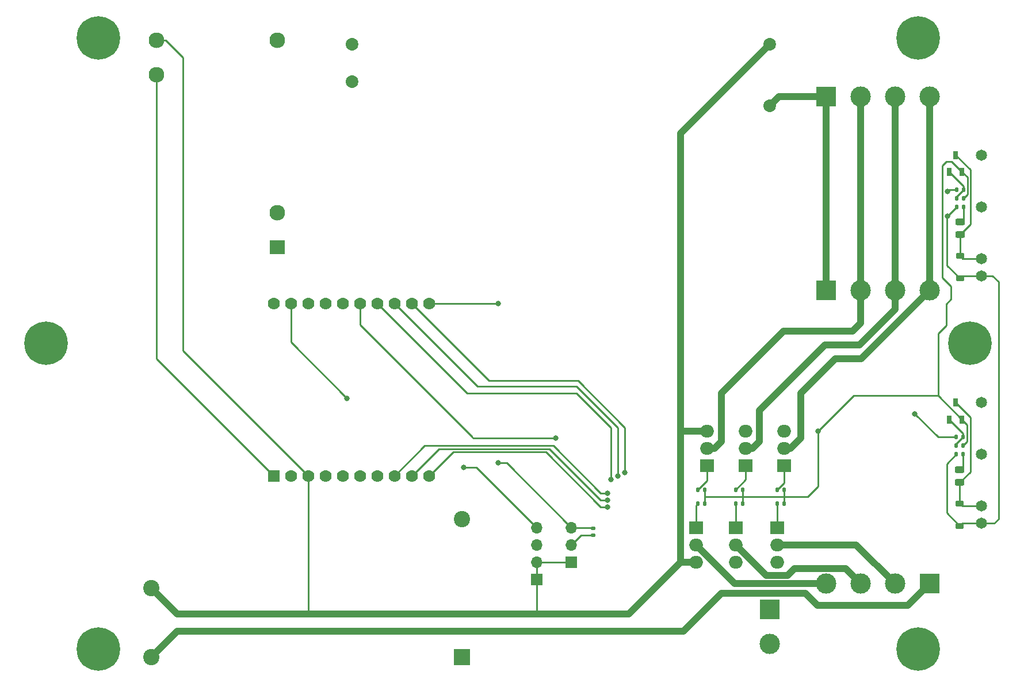
<source format=gbr>
%TF.GenerationSoftware,KiCad,Pcbnew,(7.0.0)*%
%TF.CreationDate,2023-03-18T12:10:04+01:00*%
%TF.ProjectId,rgb-garden-box,7267622d-6761-4726-9465-6e2d626f782e,rev?*%
%TF.SameCoordinates,Original*%
%TF.FileFunction,Copper,L1,Top*%
%TF.FilePolarity,Positive*%
%FSLAX46Y46*%
G04 Gerber Fmt 4.6, Leading zero omitted, Abs format (unit mm)*
G04 Created by KiCad (PCBNEW (7.0.0)) date 2023-03-18 12:10:04*
%MOMM*%
%LPD*%
G01*
G04 APERTURE LIST*
G04 Aperture macros list*
%AMRoundRect*
0 Rectangle with rounded corners*
0 $1 Rounding radius*
0 $2 $3 $4 $5 $6 $7 $8 $9 X,Y pos of 4 corners*
0 Add a 4 corners polygon primitive as box body*
4,1,4,$2,$3,$4,$5,$6,$7,$8,$9,$2,$3,0*
0 Add four circle primitives for the rounded corners*
1,1,$1+$1,$2,$3*
1,1,$1+$1,$4,$5*
1,1,$1+$1,$6,$7*
1,1,$1+$1,$8,$9*
0 Add four rect primitives between the rounded corners*
20,1,$1+$1,$2,$3,$4,$5,0*
20,1,$1+$1,$4,$5,$6,$7,0*
20,1,$1+$1,$6,$7,$8,$9,0*
20,1,$1+$1,$8,$9,$2,$3,0*%
G04 Aperture macros list end*
%TA.AperFunction,ComponentPad*%
%ADD10O,2.000000X1.905000*%
%TD*%
%TA.AperFunction,ComponentPad*%
%ADD11R,2.000000X1.905000*%
%TD*%
%TA.AperFunction,SMDPad,CuDef*%
%ADD12R,0.700000X1.250013*%
%TD*%
%TA.AperFunction,SMDPad,CuDef*%
%ADD13RoundRect,0.135000X-0.135000X-0.185000X0.135000X-0.185000X0.135000X0.185000X-0.135000X0.185000X0*%
%TD*%
%TA.AperFunction,ComponentPad*%
%ADD14C,0.800000*%
%TD*%
%TA.AperFunction,ComponentPad*%
%ADD15C,6.400000*%
%TD*%
%TA.AperFunction,SMDPad,CuDef*%
%ADD16RoundRect,0.135000X0.135000X0.185000X-0.135000X0.185000X-0.135000X-0.185000X0.135000X-0.185000X0*%
%TD*%
%TA.AperFunction,ComponentPad*%
%ADD17C,1.650000*%
%TD*%
%TA.AperFunction,ComponentPad*%
%ADD18R,3.000000X3.000000*%
%TD*%
%TA.AperFunction,ComponentPad*%
%ADD19C,3.000000*%
%TD*%
%TA.AperFunction,ComponentPad*%
%ADD20C,1.860000*%
%TD*%
%TA.AperFunction,ComponentPad*%
%ADD21R,1.700000X1.700000*%
%TD*%
%TA.AperFunction,ComponentPad*%
%ADD22O,1.700000X1.700000*%
%TD*%
%TA.AperFunction,SMDPad,CuDef*%
%ADD23RoundRect,0.243750X0.456250X-0.243750X0.456250X0.243750X-0.456250X0.243750X-0.456250X-0.243750X0*%
%TD*%
%TA.AperFunction,ComponentPad*%
%ADD24R,2.400000X2.400000*%
%TD*%
%TA.AperFunction,ComponentPad*%
%ADD25C,2.400000*%
%TD*%
%TA.AperFunction,ComponentPad*%
%ADD26R,1.778000X1.778000*%
%TD*%
%TA.AperFunction,ComponentPad*%
%ADD27C,1.778000*%
%TD*%
%TA.AperFunction,ComponentPad*%
%ADD28R,2.300000X2.000000*%
%TD*%
%TA.AperFunction,ComponentPad*%
%ADD29C,2.300000*%
%TD*%
%TA.AperFunction,SMDPad,CuDef*%
%ADD30RoundRect,0.225000X0.375000X-0.225000X0.375000X0.225000X-0.375000X0.225000X-0.375000X-0.225000X0*%
%TD*%
%TA.AperFunction,SMDPad,CuDef*%
%ADD31RoundRect,0.135000X0.185000X-0.135000X0.185000X0.135000X-0.185000X0.135000X-0.185000X-0.135000X0*%
%TD*%
%TA.AperFunction,ViaPad*%
%ADD32C,0.800000*%
%TD*%
%TA.AperFunction,Conductor*%
%ADD33C,1.000000*%
%TD*%
%TA.AperFunction,Conductor*%
%ADD34C,0.250000*%
%TD*%
G04 APERTURE END LIST*
D10*
%TO.P,Q8,3,S*%
%TO.N,GND*%
X192583999Y-102615999D03*
%TO.P,Q8,2,D*%
%TO.N,Net-(J4-Pin_4)*%
X192583999Y-105155999D03*
D11*
%TO.P,Q8,1,G*%
%TO.N,Net-(Q8-G)*%
X192583999Y-107695999D03*
%TD*%
D10*
%TO.P,Q7,3,S*%
%TO.N,GND*%
X186943999Y-102615999D03*
%TO.P,Q7,2,D*%
%TO.N,Net-(J4-Pin_3)*%
X186943999Y-105155999D03*
D11*
%TO.P,Q7,1,G*%
%TO.N,Net-(Q7-G)*%
X186943999Y-107695999D03*
%TD*%
%TO.P,Q6,1,G*%
%TO.N,Net-(Q6-G)*%
X181203999Y-107695999D03*
D10*
%TO.P,Q6,2,D*%
%TO.N,Net-(J4-Pin_2)*%
X181203999Y-105155999D03*
%TO.P,Q6,3,S*%
%TO.N,GND*%
X181203999Y-102615999D03*
%TD*%
%TO.P,Q5,3,S*%
%TO.N,GND*%
X179591999Y-121919999D03*
%TO.P,Q5,2,D*%
%TO.N,Net-(J6-Pin_4)*%
X179591999Y-119379999D03*
D11*
%TO.P,Q5,1,G*%
%TO.N,Net-(Q5-G)*%
X179591999Y-116839999D03*
%TD*%
D10*
%TO.P,Q3,3,S*%
%TO.N,GND*%
X185471999Y-121919999D03*
%TO.P,Q3,2,D*%
%TO.N,Net-(J6-Pin_3)*%
X185471999Y-119379999D03*
D11*
%TO.P,Q3,1,G*%
%TO.N,Net-(Q3-G)*%
X185471999Y-116839999D03*
%TD*%
D10*
%TO.P,Q2,3,S*%
%TO.N,GND*%
X191567999Y-121919999D03*
%TO.P,Q2,2,D*%
%TO.N,Net-(J6-Pin_2)*%
X191567999Y-119379999D03*
D11*
%TO.P,Q2,1,G*%
%TO.N,Net-(Q2-G)*%
X191567999Y-116839999D03*
%TD*%
D12*
%TO.P,Q1,1,E*%
%TO.N,GND*%
X218785279Y-64466283D03*
%TO.P,Q1,2,B*%
%TO.N,Net-(Q1-B)*%
X216885355Y-64466283D03*
%TO.P,Q1,3,C*%
%TO.N,Net-(D1-K)*%
X217835317Y-61966919D03*
%TD*%
D13*
%TO.P,R8,1*%
%TO.N,Net-(Q4-B)*%
X217930000Y-104775000D03*
%TO.P,R8,2*%
%TO.N,GND*%
X218950000Y-104775000D03*
%TD*%
D14*
%TO.P,REF\u002A\u002A,1*%
%TO.N,N/C*%
X209920000Y-134690000D03*
X210622944Y-132992944D03*
X210622944Y-136387056D03*
X212320000Y-132290000D03*
D15*
X212320000Y-134690000D03*
D14*
X212320000Y-137090000D03*
X214017056Y-132992944D03*
X214017056Y-136387056D03*
X214720000Y-134690000D03*
%TD*%
D16*
%TO.P,R2,1*%
%TO.N,Net-(Q1-B)*%
X218960000Y-67046920D03*
%TO.P,R2,2*%
%TO.N,Net-(U1-GPIO33)*%
X217940000Y-67046920D03*
%TD*%
%TO.P,R7,1*%
%TO.N,Net-(Q4-B)*%
X218950000Y-103505000D03*
%TO.P,R7,2*%
%TO.N,Net-(U1-GPIO32)*%
X217930000Y-103505000D03*
%TD*%
D13*
%TO.P,R12,2*%
%TO.N,GND*%
X186490000Y-111252000D03*
%TO.P,R12,1*%
%TO.N,Net-(Q7-G)*%
X185470000Y-111252000D03*
%TD*%
D17*
%TO.P,K1,1*%
%TO.N,+5V*%
X221625000Y-79746920D03*
%TO.P,K1,2*%
%TO.N,Net-(D1-K)*%
X221625000Y-77206920D03*
%TO.P,K1,5*%
%TO.N,Net-(J3-Pin_1)*%
X221625000Y-69586920D03*
%TO.P,K1,8*%
%TO.N,Net-(PS1-AC{slash}L)*%
X221625000Y-61966920D03*
%TD*%
D13*
%TO.P,R3,1*%
%TO.N,Net-(Q1-B)*%
X217940000Y-68316920D03*
%TO.P,R3,2*%
%TO.N,GND*%
X218960000Y-68316920D03*
%TD*%
D14*
%TO.P,REF\u002A\u002A,1*%
%TO.N,N/C*%
X89220000Y-134690000D03*
X89922944Y-132992944D03*
X89922944Y-136387056D03*
X91620000Y-132290000D03*
D15*
X91620000Y-134690000D03*
D14*
X91620000Y-137090000D03*
X93317056Y-132992944D03*
X93317056Y-136387056D03*
X94020000Y-134690000D03*
%TD*%
D18*
%TO.P,J5,1,Pin_1*%
%TO.N,+12V*%
X198754999Y-81914999D03*
D19*
%TO.P,J5,2,Pin_2*%
%TO.N,Net-(J4-Pin_2)*%
X203835000Y-81915000D03*
%TO.P,J5,3,Pin_3*%
%TO.N,Net-(J4-Pin_3)*%
X208915000Y-81915000D03*
%TO.P,J5,4,Pin_4*%
%TO.N,Net-(J4-Pin_4)*%
X213995000Y-81915000D03*
%TD*%
D18*
%TO.P,J6,1,Pin_1*%
%TO.N,+24V*%
X213994999Y-125094999D03*
D19*
%TO.P,J6,2,Pin_2*%
%TO.N,Net-(J6-Pin_2)*%
X208915000Y-125095000D03*
%TO.P,J6,3,Pin_3*%
%TO.N,Net-(J6-Pin_3)*%
X203835000Y-125095000D03*
%TO.P,J6,4,Pin_4*%
%TO.N,Net-(J6-Pin_4)*%
X198755000Y-125095000D03*
%TD*%
D14*
%TO.P,REF\u002A\u002A,1*%
%TO.N,N/C*%
X89220000Y-44690000D03*
X89922944Y-42992944D03*
X89922944Y-46387056D03*
X91620000Y-42290000D03*
D15*
X91620000Y-44690000D03*
D14*
X91620000Y-47090000D03*
X93317056Y-42992944D03*
X93317056Y-46387056D03*
X94020000Y-44690000D03*
%TD*%
D13*
%TO.P,R5,2*%
%TO.N,GND*%
X192586000Y-113284000D03*
%TO.P,R5,1*%
%TO.N,Net-(Q2-G)*%
X191566000Y-113284000D03*
%TD*%
D20*
%TO.P,PS1,1,AC/L*%
%TO.N,Net-(PS1-AC{slash}L)*%
X128960000Y-45675000D03*
%TO.P,PS1,2,AC/N*%
%TO.N,Net-(J3-Pin_2)*%
X128960000Y-51175000D03*
%TO.P,PS1,3,+Vout*%
%TO.N,+12V*%
X190460000Y-54675000D03*
%TO.P,PS1,4,-Vout*%
%TO.N,GND*%
X190460000Y-45675000D03*
%TD*%
D13*
%TO.P,R11,1*%
%TO.N,Net-(Q6-G)*%
X179882000Y-111252000D03*
%TO.P,R11,2*%
%TO.N,GND*%
X180902000Y-111252000D03*
%TD*%
D17*
%TO.P,K2,1*%
%TO.N,+5V*%
X221615000Y-116205000D03*
%TO.P,K2,2*%
%TO.N,Net-(D3-K)*%
X221615000Y-113665000D03*
%TO.P,K2,5*%
%TO.N,Net-(J3-Pin_1)*%
X221615000Y-106045000D03*
%TO.P,K2,8*%
%TO.N,Net-(PS2-AC{slash}L)*%
X221615000Y-98425000D03*
%TD*%
D21*
%TO.P,J1,1,Pin_1*%
%TO.N,GND*%
X161289999Y-121919999D03*
D22*
%TO.P,J1,2,Pin_2*%
%TO.N,+3V3*%
X161289999Y-119379999D03*
%TO.P,J1,3,Pin_3*%
%TO.N,Net-(J1-Pin_3)*%
X161289999Y-116839999D03*
%TD*%
D13*
%TO.P,R13,2*%
%TO.N,GND*%
X192586000Y-111252000D03*
%TO.P,R13,1*%
%TO.N,Net-(Q8-G)*%
X191566000Y-111252000D03*
%TD*%
D23*
%TO.P,D3,1,K*%
%TO.N,Net-(D3-K)*%
X218440000Y-110157500D03*
%TO.P,D3,2,A*%
%TO.N,Net-(D3-A)*%
X218440000Y-108282500D03*
%TD*%
D18*
%TO.P,J4,1,Pin_1*%
%TO.N,+12V*%
X198754999Y-53339999D03*
D19*
%TO.P,J4,2,Pin_2*%
%TO.N,Net-(J4-Pin_2)*%
X203835000Y-53340000D03*
%TO.P,J4,3,Pin_3*%
%TO.N,Net-(J4-Pin_3)*%
X208915000Y-53340000D03*
%TO.P,J4,4,Pin_4*%
%TO.N,Net-(J4-Pin_4)*%
X213995000Y-53340000D03*
%TD*%
D14*
%TO.P,REF\u002A\u002A,1*%
%TO.N,N/C*%
X81570000Y-89690000D03*
X82272944Y-87992944D03*
X82272944Y-91387056D03*
X83970000Y-87290000D03*
D15*
X83970000Y-89690000D03*
D14*
X83970000Y-92090000D03*
X85667056Y-87992944D03*
X85667056Y-91387056D03*
X86370000Y-89690000D03*
%TD*%
%TO.P,REF\u002A\u002A,1*%
%TO.N,N/C*%
X217570000Y-89690000D03*
X218272944Y-87992944D03*
X218272944Y-91387056D03*
X219970000Y-87290000D03*
D15*
X219970000Y-89690000D03*
D14*
X219970000Y-92090000D03*
X221667056Y-87992944D03*
X221667056Y-91387056D03*
X222370000Y-89690000D03*
%TD*%
D13*
%TO.P,R10,1*%
%TO.N,+5V*%
X217930000Y-106045000D03*
%TO.P,R10,2*%
%TO.N,Net-(D3-A)*%
X218950000Y-106045000D03*
%TD*%
D18*
%TO.P,J3,1,Pin_1*%
%TO.N,Net-(J3-Pin_1)*%
X190499999Y-128904999D03*
D19*
%TO.P,J3,2,Pin_2*%
%TO.N,Net-(J3-Pin_2)*%
X190500000Y-133985000D03*
%TD*%
D24*
%TO.P,PS2,1,AC/N*%
%TO.N,Net-(J3-Pin_2)*%
X145162499Y-135897499D03*
D25*
%TO.P,PS2,2,AC/L*%
%TO.N,Net-(PS2-AC{slash}L)*%
X145162500Y-115577500D03*
%TO.P,PS2,3,-Vo*%
%TO.N,GND*%
X99442500Y-125737500D03*
%TO.P,PS2,4,+Vo*%
%TO.N,+24V*%
X99442500Y-135897500D03*
%TD*%
D13*
%TO.P,R6,2*%
%TO.N,GND*%
X186490000Y-113284000D03*
%TO.P,R6,1*%
%TO.N,Net-(Q3-G)*%
X185470000Y-113284000D03*
%TD*%
D26*
%TO.P,U1,1,+5V*%
%TO.N,+5V*%
X117474999Y-109219999D03*
D27*
%TO.P,U1,2,+3.3V_(out)*%
%TO.N,+3V3*%
X120015000Y-109220000D03*
%TO.P,U1,3,GND*%
%TO.N,GND*%
X122555000Y-109220000D03*
%TO.P,U1,4,ESP_EN*%
%TO.N,unconnected-(U1-ESP_EN-Pad4)*%
X125095000Y-109220000D03*
%TO.P,U1,5,GPIO0*%
%TO.N,unconnected-(U1-GPIO0-Pad5)*%
X127635000Y-109220000D03*
%TO.P,U1,6,GPIO1*%
%TO.N,unconnected-(U1-GPIO1-Pad6)*%
X130175000Y-109220000D03*
%TO.P,U1,7,GPIO2*%
%TO.N,unconnected-(U1-GPIO2-Pad7)*%
X132715000Y-109220000D03*
%TO.P,U1,8,GPIO3*%
%TO.N,Net-(Q2-G)*%
X135255000Y-109220000D03*
%TO.P,U1,9,GPIO4*%
%TO.N,Net-(Q3-G)*%
X137795000Y-109220000D03*
%TO.P,U1,10,GPIO5*%
%TO.N,Net-(Q5-G)*%
X140335000Y-109220000D03*
%TO.P,U1,11,GPIO13*%
%TO.N,Net-(J1-Pin_3)*%
X140335000Y-83820000D03*
%TO.P,U1,12,GPIO14*%
%TO.N,Net-(Q6-G)*%
X137795000Y-83820000D03*
%TO.P,U1,13,GPIO15*%
%TO.N,Net-(Q7-G)*%
X135255000Y-83820000D03*
%TO.P,U1,14,GPIO16*%
%TO.N,Net-(Q8-G)*%
X132715000Y-83820000D03*
%TO.P,U1,15,GPIO32*%
%TO.N,Net-(U1-GPIO32)*%
X130175000Y-83820000D03*
%TO.P,U1,16,GPIO33*%
%TO.N,Net-(U1-GPIO33)*%
X127635000Y-83820000D03*
%TO.P,U1,17,GPIO34*%
%TO.N,unconnected-(U1-GPIO34-Pad17)*%
X125095000Y-83820000D03*
%TO.P,U1,18,GPIO35*%
%TO.N,unconnected-(U1-GPIO35-Pad18)*%
X122555000Y-83820000D03*
%TO.P,U1,19,GPIO36*%
%TO.N,Net-(J2-Pin_4)*%
X120015000Y-83820000D03*
%TO.P,U1,20,GPIO39*%
%TO.N,unconnected-(U1-GPIO39-Pad20)*%
X117475000Y-83820000D03*
%TD*%
D28*
%TO.P,PS3,1,AC/L*%
%TO.N,Net-(J3-Pin_1)*%
X117967499Y-75564999D03*
D29*
%TO.P,PS3,3,AC/N*%
%TO.N,Net-(J3-Pin_2)*%
X117967500Y-70485000D03*
%TO.P,PS3,5,NC*%
%TO.N,unconnected-(PS3-NC-Pad5)*%
X117967500Y-45085000D03*
%TO.P,PS3,14,-Vo*%
%TO.N,GND*%
X100187500Y-45085000D03*
%TO.P,PS3,16,+Vo*%
%TO.N,+5V*%
X100187500Y-50165000D03*
%TD*%
D30*
%TO.P,D2,1,K*%
%TO.N,+5V*%
X218450000Y-80126920D03*
%TO.P,D2,2,A*%
%TO.N,Net-(D1-K)*%
X218450000Y-76826920D03*
%TD*%
D14*
%TO.P,REF\u002A\u002A,1*%
%TO.N,N/C*%
X209920000Y-44690000D03*
X210622944Y-42992944D03*
X210622944Y-46387056D03*
X212320000Y-42290000D03*
D15*
X212320000Y-44690000D03*
D14*
X212320000Y-47090000D03*
X214017056Y-42992944D03*
X214017056Y-46387056D03*
X214720000Y-44690000D03*
%TD*%
D31*
%TO.P,R1,1*%
%TO.N,+3V3*%
X164465000Y-117985000D03*
%TO.P,R1,2*%
%TO.N,Net-(J1-Pin_3)*%
X164465000Y-116965000D03*
%TD*%
D13*
%TO.P,R9,2*%
%TO.N,GND*%
X180902000Y-113284000D03*
%TO.P,R9,1*%
%TO.N,Net-(Q5-G)*%
X179882000Y-113284000D03*
%TD*%
D30*
%TO.P,D4,1,K*%
%TO.N,+5V*%
X218440000Y-116585000D03*
%TO.P,D4,2,A*%
%TO.N,Net-(D3-K)*%
X218440000Y-113285000D03*
%TD*%
D12*
%TO.P,Q4,1,E*%
%TO.N,GND*%
X218775279Y-100924363D03*
%TO.P,Q4,2,B*%
%TO.N,Net-(Q4-B)*%
X216875355Y-100924363D03*
%TO.P,Q4,3,C*%
%TO.N,Net-(D3-K)*%
X217825317Y-98424999D03*
%TD*%
D23*
%TO.P,D1,1,K*%
%TO.N,Net-(D1-K)*%
X218450000Y-73699420D03*
%TO.P,D1,2,A*%
%TO.N,Net-(D1-A)*%
X218450000Y-71824420D03*
%TD*%
D13*
%TO.P,R4,1*%
%TO.N,+5V*%
X217940000Y-69586920D03*
%TO.P,R4,2*%
%TO.N,Net-(D1-A)*%
X218960000Y-69586920D03*
%TD*%
D21*
%TO.P,J2,1,Pin_1*%
%TO.N,GND*%
X156209999Y-124459999D03*
D22*
%TO.P,J2,2,Pin_2*%
X156209999Y-121919999D03*
%TO.P,J2,3,Pin_3*%
%TO.N,+5V*%
X156209999Y-119379999D03*
%TO.P,J2,4,Pin_4*%
%TO.N,Net-(J2-Pin_4)*%
X156209999Y-116839999D03*
%TD*%
D32*
%TO.N,Net-(Q5-G)*%
X166619701Y-113796299D03*
%TO.N,Net-(Q3-G)*%
X166619701Y-112780299D03*
%TO.N,Net-(Q2-G)*%
X166624000Y-111760000D03*
%TO.N,Net-(Q8-G)*%
X167132000Y-109728000D03*
%TO.N,Net-(Q7-G)*%
X168148000Y-109220000D03*
%TO.N,Net-(Q6-G)*%
X169164000Y-108712000D03*
%TO.N,Net-(U1-GPIO32)*%
X159004000Y-103632000D03*
%TO.N,GND*%
X197612000Y-102616000D03*
%TO.N,Net-(U1-GPIO32)*%
X211836000Y-100076000D03*
%TO.N,+5V*%
X216624500Y-70981920D03*
%TO.N,Net-(J1-Pin_3)*%
X150495000Y-83820000D03*
X150495000Y-107315000D03*
%TO.N,Net-(J2-Pin_4)*%
X145415000Y-107950000D03*
X128270000Y-97790000D03*
%TO.N,Net-(U1-GPIO33)*%
X216624500Y-67310000D03*
%TD*%
D33*
%TO.N,+24V*%
X103260000Y-132080000D02*
X99442500Y-135897500D01*
X177800000Y-132080000D02*
X103260000Y-132080000D01*
X195707000Y-126492000D02*
X183388000Y-126492000D01*
X197485000Y-128270000D02*
X195707000Y-126492000D01*
X213995000Y-125095000D02*
X210820000Y-128270000D01*
X210820000Y-128270000D02*
X197485000Y-128270000D01*
X183388000Y-126492000D02*
X177800000Y-132080000D01*
%TO.N,Net-(J6-Pin_3)*%
X189987000Y-123895000D02*
X185472000Y-119380000D01*
X193097000Y-123895000D02*
X189987000Y-123895000D01*
X194097000Y-122895000D02*
X193097000Y-123895000D01*
X201635000Y-122895000D02*
X194097000Y-122895000D01*
X203835000Y-125095000D02*
X201635000Y-122895000D01*
D34*
%TO.N,GND*%
X196088000Y-112268000D02*
X197612000Y-110744000D01*
X192586000Y-112268000D02*
X196088000Y-112268000D01*
X197612000Y-110744000D02*
X197612000Y-102616000D01*
%TO.N,Net-(Q5-G)*%
X166615402Y-113792000D02*
X166619701Y-113796299D01*
X165608000Y-113792000D02*
X166615402Y-113792000D01*
%TO.N,Net-(Q3-G)*%
X166615402Y-112776000D02*
X166619701Y-112780299D01*
X165608000Y-112776000D02*
X166615402Y-112776000D01*
%TO.N,Net-(Q2-G)*%
X165608000Y-111760000D02*
X166624000Y-111760000D01*
%TO.N,Net-(Q3-G)*%
X158062000Y-105230000D02*
X165608000Y-112776000D01*
%TO.N,Net-(Q2-G)*%
X158628000Y-104780000D02*
X165608000Y-111760000D01*
X139695000Y-104780000D02*
X158628000Y-104780000D01*
%TO.N,Net-(Q3-G)*%
X141785000Y-105230000D02*
X158062000Y-105230000D01*
%TO.N,Net-(Q5-G)*%
X157496000Y-105680000D02*
X165608000Y-113792000D01*
X143875000Y-105680000D02*
X157496000Y-105680000D01*
%TO.N,Net-(Q8-G)*%
X167132000Y-102108000D02*
X167132000Y-102616000D01*
X162052000Y-97028000D02*
X167132000Y-102108000D01*
X161544000Y-97028000D02*
X162052000Y-97028000D01*
X145923000Y-97028000D02*
X161544000Y-97028000D01*
X144081500Y-95186500D02*
X145923000Y-97028000D01*
X144081500Y-95186500D02*
X132715000Y-83820000D01*
X167132000Y-102616000D02*
X167132000Y-109728000D01*
%TO.N,Net-(Q7-G)*%
X168148000Y-102108000D02*
X168148000Y-109220000D01*
X147447000Y-96012000D02*
X162052000Y-96012000D01*
X162052000Y-96012000D02*
X168148000Y-102108000D01*
X146367500Y-94932500D02*
X135255000Y-83820000D01*
X146367500Y-94932500D02*
X147447000Y-96012000D01*
%TO.N,Net-(Q6-G)*%
X169164000Y-102108000D02*
X169164000Y-108712000D01*
X162242500Y-95186500D02*
X169164000Y-102108000D01*
X149161500Y-95186500D02*
X162242500Y-95186500D01*
X149161500Y-95186500D02*
X137795000Y-83820000D01*
%TO.N,Net-(U1-GPIO32)*%
X150368000Y-103632000D02*
X159004000Y-103632000D01*
X150368000Y-103632000D02*
X146812000Y-103632000D01*
%TO.N,GND*%
X202813916Y-97414084D02*
X197612000Y-102616000D01*
X215265000Y-97414084D02*
X202813916Y-97414084D01*
%TO.N,Net-(U1-GPIO32)*%
X215265000Y-103505000D02*
X211836000Y-100076000D01*
D33*
%TO.N,Net-(J4-Pin_2)*%
X192532000Y-87884000D02*
X183388000Y-97028000D01*
X203835000Y-86741000D02*
X202692000Y-87884000D01*
X202692000Y-87884000D02*
X192532000Y-87884000D01*
X203835000Y-81915000D02*
X203835000Y-86741000D01*
%TO.N,Net-(J4-Pin_4)*%
X195072000Y-103632000D02*
X193548000Y-105156000D01*
X203962000Y-91948000D02*
X200152000Y-91948000D01*
X200152000Y-91948000D02*
X195072000Y-97028000D01*
X195072000Y-97028000D02*
X195072000Y-103632000D01*
X193548000Y-105156000D02*
X192584000Y-105156000D01*
X213995000Y-81915000D02*
X203962000Y-91948000D01*
%TO.N,Net-(J4-Pin_3)*%
X208915000Y-84709000D02*
X208915000Y-81915000D01*
X203708000Y-89916000D02*
X208915000Y-84709000D01*
X198628000Y-89916000D02*
X203708000Y-89916000D01*
X188976000Y-99568000D02*
X198628000Y-89916000D01*
%TO.N,GND*%
X181204000Y-102616000D02*
X177370000Y-102616000D01*
X177370000Y-102616000D02*
X177370000Y-58765000D01*
X177370000Y-121920000D02*
X177370000Y-102616000D01*
X177370000Y-58765000D02*
X190460000Y-45675000D01*
%TO.N,Net-(J4-Pin_3)*%
X187960000Y-105156000D02*
X186944000Y-105156000D01*
X188976000Y-104140000D02*
X187960000Y-105156000D01*
X188976000Y-99568000D02*
X188976000Y-104140000D01*
%TO.N,Net-(J4-Pin_2)*%
X182372000Y-105156000D02*
X181204000Y-105156000D01*
X183388000Y-97028000D02*
X183388000Y-104140000D01*
X183388000Y-104140000D02*
X182372000Y-105156000D01*
D34*
%TO.N,Net-(U1-GPIO32)*%
X146685000Y-103505000D02*
X130175000Y-86995000D01*
X130175000Y-86995000D02*
X130175000Y-83820000D01*
X217930000Y-103505000D02*
X215265000Y-103505000D01*
D33*
%TO.N,GND*%
X177370000Y-121920000D02*
X179592000Y-121920000D01*
X169750000Y-129540000D02*
X177370000Y-121920000D01*
%TO.N,Net-(J6-Pin_2)*%
X203200000Y-119380000D02*
X191568000Y-119380000D01*
X208915000Y-125095000D02*
X203200000Y-119380000D01*
%TO.N,Net-(J6-Pin_4)*%
X185307000Y-125095000D02*
X179592000Y-119380000D01*
X198755000Y-125095000D02*
X185307000Y-125095000D01*
X198755000Y-125095000D02*
X198120000Y-124460000D01*
D34*
%TO.N,GND*%
X186490000Y-112268000D02*
X180902000Y-112268000D01*
X180902000Y-111252000D02*
X180902000Y-112268000D01*
X180902000Y-112268000D02*
X180902000Y-113284000D01*
X192586000Y-112268000D02*
X186490000Y-112268000D01*
X186490000Y-112268000D02*
X186490000Y-113284000D01*
X192586000Y-112268000D02*
X192586000Y-113284000D01*
X192586000Y-111252000D02*
X192586000Y-112268000D01*
X186490000Y-111252000D02*
X186490000Y-112268000D01*
%TO.N,Net-(Q5-G)*%
X179592000Y-113574000D02*
X179592000Y-116840000D01*
X179882000Y-113284000D02*
X179592000Y-113574000D01*
%TO.N,Net-(Q3-G)*%
X185470000Y-113284000D02*
X185472000Y-113286000D01*
X185472000Y-113286000D02*
X185472000Y-116840000D01*
%TO.N,Net-(Q2-G)*%
X191568000Y-113286000D02*
X191568000Y-116840000D01*
X191566000Y-113284000D02*
X191568000Y-113286000D01*
%TO.N,Net-(Q8-G)*%
X192584000Y-110234000D02*
X192584000Y-107696000D01*
X191566000Y-111252000D02*
X192584000Y-110234000D01*
%TO.N,Net-(Q7-G)*%
X186944000Y-109778000D02*
X186944000Y-107696000D01*
X185470000Y-111252000D02*
X186944000Y-109778000D01*
%TO.N,Net-(Q6-G)*%
X181204000Y-109930000D02*
X181204000Y-107696000D01*
X179882000Y-111252000D02*
X181204000Y-109930000D01*
%TO.N,GND*%
X215265000Y-97414084D02*
X218775280Y-100924364D01*
X215265000Y-88265000D02*
X215265000Y-97414084D01*
X216445000Y-87085000D02*
X215265000Y-88265000D01*
X216445000Y-83910000D02*
X216445000Y-87085000D01*
X215900000Y-80010000D02*
X217170000Y-81280000D01*
X217170000Y-83185000D02*
X216445000Y-83910000D01*
X215900000Y-63500000D02*
X215900000Y-80010000D01*
X217170000Y-81280000D02*
X217170000Y-83185000D01*
X218785280Y-64466284D02*
X217235922Y-62916926D01*
X217235922Y-62916926D02*
X216483074Y-62916926D01*
X216483074Y-62916926D02*
X215900000Y-63500000D01*
%TO.N,Net-(D1-K)*%
X220005000Y-72144420D02*
X218450000Y-73699420D01*
X218450000Y-76826920D02*
X218830000Y-77206920D01*
X217835318Y-61966920D02*
X220005000Y-64136602D01*
X218830000Y-77206920D02*
X221625000Y-77206920D01*
X220005000Y-64136602D02*
X220005000Y-72144420D01*
X218450000Y-76826920D02*
X218450000Y-73699420D01*
%TO.N,Net-(D1-A)*%
X218960000Y-69586920D02*
X218960000Y-71314420D01*
X218960000Y-71314420D02*
X218450000Y-71824420D01*
%TO.N,+5V*%
X221625000Y-79746920D02*
X223256920Y-79746920D01*
X216535000Y-107440000D02*
X216535000Y-114680000D01*
X216535000Y-114680000D02*
X218440000Y-116585000D01*
X223256920Y-79746920D02*
X224155000Y-80645000D01*
X218440000Y-116585000D02*
X218820000Y-116205000D01*
X100187500Y-91932500D02*
X100187500Y-50165000D01*
X224155000Y-80645000D02*
X224155000Y-115570000D01*
X217930000Y-106045000D02*
X216535000Y-107440000D01*
X224155000Y-115570000D02*
X223520000Y-116205000D01*
X216545000Y-78221920D02*
X218450000Y-80126920D01*
X117475000Y-109220000D02*
X100187500Y-91932500D01*
X217940000Y-69586920D02*
X216545000Y-70981920D01*
X216545000Y-70981920D02*
X216545000Y-78221920D01*
X218830000Y-79746920D02*
X221625000Y-79746920D01*
X218450000Y-80126920D02*
X218830000Y-79746920D01*
X223520000Y-116205000D02*
X221615000Y-116205000D01*
X217940000Y-69586920D02*
X217940000Y-69666420D01*
X217940000Y-69666420D02*
X216624500Y-70981920D01*
X218820000Y-116205000D02*
X221615000Y-116205000D01*
%TO.N,GND*%
X156210000Y-124460000D02*
X156210000Y-129540000D01*
D33*
X156210000Y-129540000D02*
X122555000Y-129540000D01*
D34*
X219555000Y-65236004D02*
X219555000Y-67721920D01*
D33*
X169750000Y-129540000D02*
X156210000Y-129540000D01*
D34*
X101600000Y-45085000D02*
X104140000Y-47625000D01*
X100187500Y-45085000D02*
X101600000Y-45085000D01*
X219545000Y-104180000D02*
X218950000Y-104775000D01*
X218785280Y-64466284D02*
X219555000Y-65236004D01*
X161290000Y-121920000D02*
X156210000Y-121920000D01*
D33*
X122555000Y-129540000D02*
X103245000Y-129540000D01*
D34*
X219555000Y-67721920D02*
X218960000Y-68316920D01*
X219545000Y-101694084D02*
X219545000Y-104180000D01*
X104140000Y-90805000D02*
X122555000Y-109220000D01*
X104140000Y-47625000D02*
X104140000Y-90805000D01*
D33*
X103245000Y-129540000D02*
X99442500Y-125737500D01*
D34*
X218775280Y-100924364D02*
X219545000Y-101694084D01*
X122555000Y-109220000D02*
X122555000Y-129540000D01*
X156210000Y-121920000D02*
X156210000Y-124460000D01*
%TO.N,+3V3*%
X162685000Y-117985000D02*
X161290000Y-119380000D01*
X164465000Y-117985000D02*
X162685000Y-117985000D01*
%TO.N,Net-(D3-K)*%
X219995000Y-100594682D02*
X219995000Y-108602500D01*
X219995000Y-108602500D02*
X218440000Y-110157500D01*
X218440000Y-113285000D02*
X218820000Y-113665000D01*
X218440000Y-113285000D02*
X218440000Y-110157500D01*
X218820000Y-113665000D02*
X221615000Y-113665000D01*
X217825318Y-98425000D02*
X219995000Y-100594682D01*
%TO.N,Net-(D3-A)*%
X218950000Y-107772500D02*
X218440000Y-108282500D01*
X218950000Y-106045000D02*
X218950000Y-107772500D01*
%TO.N,Net-(J1-Pin_3)*%
X150495000Y-83820000D02*
X140335000Y-83820000D01*
X151765000Y-107315000D02*
X150495000Y-107315000D01*
X164340000Y-116840000D02*
X164465000Y-116965000D01*
X161290000Y-116840000D02*
X151765000Y-107315000D01*
X161290000Y-116840000D02*
X164340000Y-116840000D01*
%TO.N,Net-(J2-Pin_4)*%
X120015000Y-89535000D02*
X120015000Y-83820000D01*
X147320000Y-107950000D02*
X145415000Y-107950000D01*
X156210000Y-116840000D02*
X147320000Y-107950000D01*
X128270000Y-97790000D02*
X120015000Y-89535000D01*
D33*
%TO.N,+12V*%
X198755000Y-53340000D02*
X191795000Y-53340000D01*
X191795000Y-53340000D02*
X190460000Y-54675000D01*
X198755000Y-53340000D02*
X198755000Y-81915000D01*
%TO.N,Net-(J4-Pin_2)*%
X203835000Y-53340000D02*
X203835000Y-81915000D01*
X203835000Y-81915000D02*
X202975000Y-81915000D01*
%TO.N,Net-(J4-Pin_3)*%
X208915000Y-53340000D02*
X208915000Y-81915000D01*
%TO.N,Net-(J4-Pin_4)*%
X213995000Y-53340000D02*
X213995000Y-81915000D01*
D34*
%TO.N,Net-(Q1-B)*%
X216885356Y-64466284D02*
X218960000Y-66540928D01*
X218960000Y-66540928D02*
X218960000Y-67046920D01*
X217940000Y-68066920D02*
X218960000Y-67046920D01*
X217940000Y-68316920D02*
X217940000Y-68066920D01*
%TO.N,Net-(Q2-G)*%
X139695000Y-104780000D02*
X135255000Y-109220000D01*
%TO.N,Net-(Q3-G)*%
X141785000Y-105230000D02*
X137795000Y-109220000D01*
%TO.N,Net-(Q4-B)*%
X217930000Y-104525000D02*
X218950000Y-103505000D01*
X218950000Y-102999008D02*
X218950000Y-103505000D01*
X217930000Y-104775000D02*
X217930000Y-104525000D01*
X216875356Y-100924364D02*
X218950000Y-102999008D01*
%TO.N,Net-(Q5-G)*%
X143875000Y-105680000D02*
X140335000Y-109220000D01*
%TO.N,Net-(U1-GPIO33)*%
X217940000Y-67046920D02*
X216887580Y-67046920D01*
X216887580Y-67046920D02*
X216624500Y-67310000D01*
%TD*%
M02*

</source>
